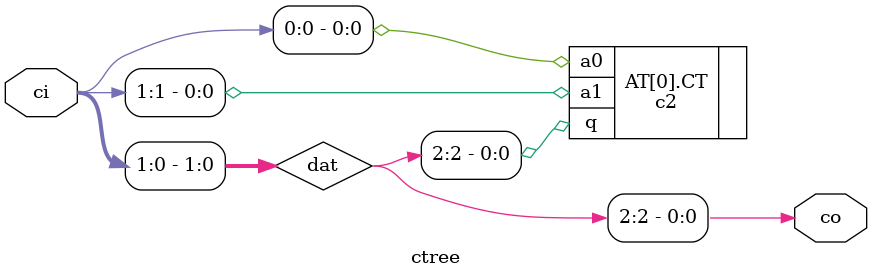
<source format=v>
/*
 Asynchronous SDM NoC
 (C)2011 Wei Song
 Advanced Processor Technologies Group
 Computer Science, the Univ. of Manchester, UK
 
 Authors: 
 Wei Song     wsong83@gmail.com
 
 License: LGPL 3.0 or later
 
 C-element tree, usually for common ack generation.
 *** SystemVerilog is used ***
 
 History:
 17/04/2011  Initial version. <wsong83@gmail.com>
 23/05/2011  Clean up for opensource. <wsong83@gmail.com>
 
*/

module ctree (/*AUTOARG*/
   // Outputs
   co,
   // Inputs
   ci
   );

   parameter DW = 2;		// the total number of leaves of the C-element tree

   input [DW-1:0] ci;		// all input leaves
   output         co;		// the combined output

   wire [2*DW-2:0] dat;
   genvar 	   i;
   
   assign dat[DW-1:0] = ci;
   
   generate for (i=0; i<DW-1; i=i+1) begin:AT
       c2 CT (.a0(dat[i*2]), .a1(dat[i*2+1]), .q(dat[i+DW]));
   end endgenerate

   assign co = dat[2*DW-2];

endmodule // ctree


</source>
